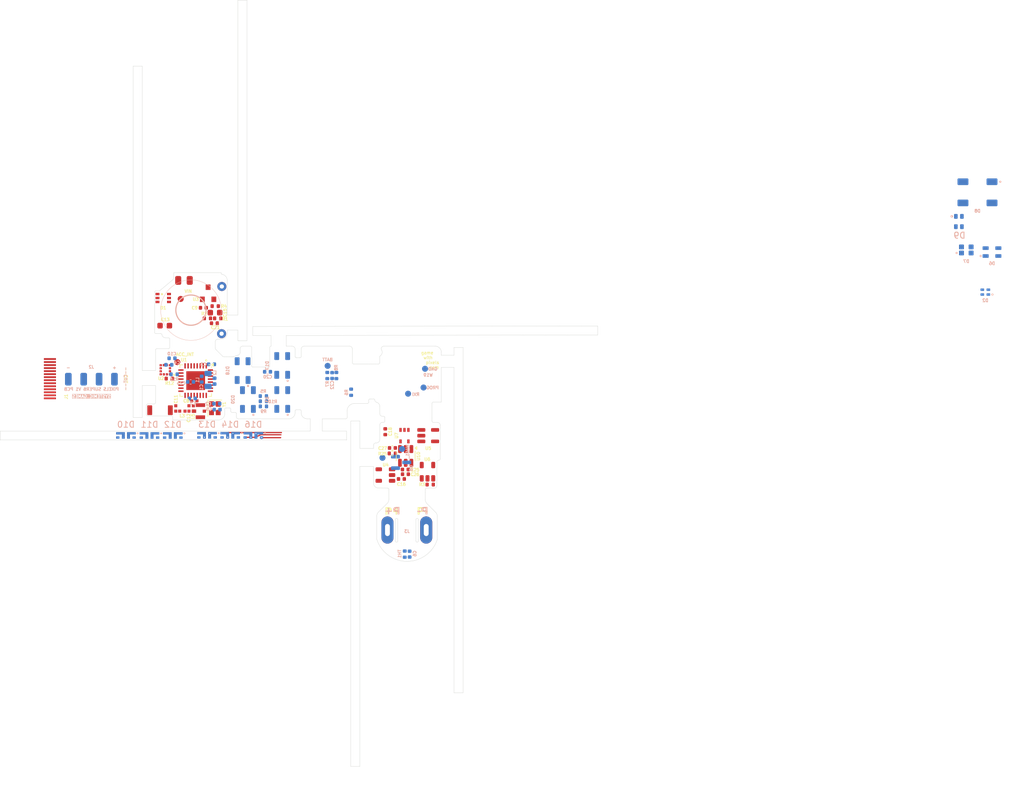
<source format=kicad_pcb>
(kicad_pcb (version 20240108) (generator "pcbnew") (generator_version "8.0")
  (title_block (title "Pixels D6 Layout") (date "2022-08-26") (rev "3") (company "Systemic Games, LLC") (comment 1 "Flexible PCB, 0.13mm thickness"))
  (layers (0 "F.Cu" signal) (31 "B.Cu" signal) (34 "B.Paste" user) (35 "F.Paste" user) (36 "B.SilkS" user "B.Silkscreen") (37 "F.SilkS" user "F.Silkscreen") (38 "B.Mask" user) (39 "F.Mask" user) (44 "Edge.Cuts" user))
  (net 0 "")
  (net 2 "GND")
  (net 3 "VDD")
  (net 4 "VDC")
  (net 5 "Net-(L1-Pad2)")
  (net 6 "Net-(U1-DEC4)")
  (net 7 "+5V")
  (net 8 "/PROG")
  (net 9 "VEE")
  (net 10 "/LED_EN")
  (net 11 "Net-(U1-XC2)")
  (net 12 "Net-(U1-DEC1)")
  (net 13 "Net-(U1-XC1)")
  (net 14 "Net-(U1-DEC3)")
  (net 15 "Net-(D1B-K1A2)")
  (net 16 "Net-(D1A-K3A4)")
  (net 17 "/BATT_NTC")
  (net 18 "RXI")
  (net 19 "TXO")
  (net 20 "SWO")
  (net 21 "RESET")
  (net 22 "SWDCLK")
  (net 23 "SWDIO")
  (net 24 "/NTC_ID_VDD")
  (net 25 "/LED_DATA")
  (net 26 "/Power Supply/MAG1_")
  (net 27 "/STATS")
  (net 28 "/5V_SENSE")
  (net 29 "/VBAT_SENSE")
  (net 30 "/Power Supply/LED_EN_OUT")
  (net 31 "Net-(U1-DCC)")
  (net 32 "Net-(U6-SET)")
  (net 33 "Net-(U1-P0.28{slash}AIN4)")
  (net 34 "/LEDs/LED_RETURN_6")
  (net 35 "+BATT")
  (net 38 "/SCL")
  (net 39 "/SDA")
  (net 40 "/ACC_INT")
  (net 41 "/ANT_NRF")
  (net 42 "/ANT_50")
  (net 43 "/ANTENNA")
  (net 45 "Net-(U10-TCH)")
  (net 46 "/Cap_Sense/TOUCHPAD")
  (net 47 "Net-(D10-DOUT)")
  (net 49 "Net-(D11-DOUT)")
  (net 50 "Net-(D12-DOUT)")
  (net 51 "Net-(D13-DOUT)")
  (net 52 "Net-(D14-DOUT)")
  (net 53 "unconnected-(D16-DOUT-Pad2)")
  (footprint "Pixels-dice:C_0402_1005Metric" (layer "F.Cu") (at 166.8436 106.9)
    (property "Reference" "C16")
    (property "Value" "10uF 10V 20%")
  )
  (footprint "Pixels-dice:SOT-353_SC-70-5" (layer "F.Cu") (at 167.35 99.74 -90)
    (property "Reference" "U7")
    (property "Value" "SN74LVC1G08" (hide yes))
  )
  (footprint "Package_TO_SOT_SMD:SOT-23-5" (layer "F.Cu") (at 171.2725 99.74)
    (property "Reference" "U5")
    (property "Value" "MCP73832T-2ACI/OT")
  )
  (footprint "Pixels-dice:SOT-23-5" (layer "F.Cu") (at 171.1536 105.696232 90)
    (property "Reference" "U6")
    (property "Value" "MT9700" (hide yes))
  )
  (footprint "Resistor_SMD:R_0402_1005Metric" (layer "F.Cu") (at 171.6036 107.82 180)
    (property "Reference" "R3")
    (property "Value" "10k 5%")
  )
  (footprint "Package_DFN_QFN:QFN-32-1EP_5x5mm_P0.5mm_EP3.1x3.1mm" (layer "F.Cu") (at 132.86 90.64 -90)
    (property "Reference" "U1")
    (property "Value" "N52810_QFN32")
  )
  (footprint "Pixels-dice:0402_RF" (layer "F.Cu") (at 132.63 93.99)
    (property "Reference" "C8")
    (property "Value" "0.8pF 10V 5% C0G")
  )
  (footprint "Pixels-dice:C_0402_1005Metric" (layer "F.Cu") (at 134.13 78.599)
    (property "Reference" "C9")
    (property "Value" "10uF 10V 20%")
  )
  (footprint "Pixels-dice:C_0402_1005Metric" (layer "F.Cu") (at 164.18 99.09 90)
    (property "Reference" "C18")
    (property "Value" "4.7uF 10V 20%")
  )
  (footprint "Pixels-dice:R_0402_1005Metric" (layer "F.Cu") (at 136.09 78.329 180)
    (property "Reference" "R4")
    (property "Value" "100k 1%")
  )
  (footprint "Pixels-dice:SOT-23-5" (layer "F.Cu") (at 164.2036 106.25 180)
    (property "Reference" "U4")
    (property "Value" "ME6215" (hide yes))
  )
  (footprint "Pixels-dice:FPC_14" (layer "F.Cu") (at 108.78163 93.57 90)
    (property "Reference" "J1")
    (property "Value" "Conn_01x14")
  )
  (footprint "Capacitor_SMD:C_0603_1608Metric" (layer "F.Cu") (at 127.75 81.55)
    (property "Reference" "C13")
    (property "Value" "4.7uF 25V 20%")
  )
  (footprint "Package_TO_SOT_SMD:SOT-363_SC-70-6" (layer "F.Cu") (at 127.5 76.979)
    (property "Reference" "D1")
    (property "Value" "BAV99S")
  )
  (footprint "Capacitor_SMD:C_0603_1608Metric" (layer "F.Cu") (at 136.05 79.4 180)
    (property "Reference" "C15")
    (property "Value" "22uF 10V 20%")
  )
  (footprint "Capacitor_SMD:C_0402_1005Metric" (layer "F.Cu") (at 135.95 81.15)
    (property "Reference" "C21")
    (property "Value" "10nF 25V 10%")
  )
  (footprint "Resistor_SMD:R_0402_1005Metric" (layer "F.Cu") (at 134.8 80.35)
    (property "Reference" "R2")
    (property "Value" "4.02M 1%")
  )
  (footprint "Resistor_SMD:R_0402_1005Metric" (layer "F.Cu") (at 136.5 80.35 180)
    (property "Reference" "R1")
    (property "Value" "4.02M 1%")
  )
  (footprint "Pixels-dice:Crystal_SMD_2016-4Pin_2.0x1.6mm" (layer "F.Cu") (at 136.025 95.2 -90)
    (property "Reference" "Y1")
    (property "Value" "32MHz 40ppm")
  )
  (footprint "Resistor_SMD:R_0402_1005Metric" (layer "F.Cu") (at 128.5 90.3 180)
    (property "Reference" "R12")
    (property "Value" "2.7k 5%")
  )
  (footprint "Package_LGA:LGA-12_2x2mm_P0.5mm" (layer "F.Cu") (at 127.85 88.84 180)
    (property "Reference" "U2")
    (property "Value" "KXTJ3-1057")
  )
  (footprint "Pixels-dice:0402_RF" (layer "F.Cu") (at 129.57 95.24 90)
    (property "Reference" "C11")
    (property "Value" "DNP")
  )
  (footprint "Pixels-dice:0402_RF" (layer "F.Cu") (at 132.47 95.24 -90)
    (property "Reference" "L5")
    (property "Value" "3.9nH 5%")
  )
  (footprint "Pixels-dice:SOT-23" (layer "F.Cu") (at 134.91 76.199 -90)
    (property "Reference" "U3")
    (property "Value" "PJ75BL50SA")
  )
  (footprint "Capacitor_SMD:C_0805_2012Metric" (layer "F.Cu") (at 130.925 74.075 180)
    (property "Reference" "C19" (hide yes))
    (property "Value" "12nF 50V 5% NP0")
  )
  (footprint "Pixels-dice:TEST_PIN" (layer "F.Cu") (at 129.83 87.58)
    (property "Reference" "W7" (hide yes))
    (property "Value" "ACC_INT")
  )
  (footprint "Pixels-dice:0402_RF" (layer "F.Cu") (at 130.66 95.68 180)
    (property "Reference" "L3")
    (property "Value" "2.7nH 5%")
  )
  (footprint "Pixels-dice:CHIP_ANT" (layer "F.Cu") (at 128.67 95.53 90)
    (property "Reference" "AE2" (hide yes))
    (property "Value" "Antenna_Chip" (hide yes))
  )
  (footprint "Package_TO_SOT_SMD:SOT-23-6" (layer "F.Cu") (at 167.5525 103.09 -90)
    (property "Reference" "U10")
    (property "Value" "RH6015-C")
  )
  (footprint "RFFrontEnd:MFH3.RECE.20369.001E.01" (layer "F.Cu") (at 133.64 95.69 90)
    (property "Reference" "J4" (hide yes))
    (property "Value" "DNP" (hide yes))
  )
  (footprint "Capacitor_SMD:C_0402_1005Metric" (layer "F.Cu") (at 165.36 101.77 180)
    (property "Reference" "C27")
    (property "Value" "1pF 50V NP0")
  )
  (footprint "Capacitor_SMD:C_0402_1005Metric" (layer "F.Cu") (at 167.51 106.11)
    (property "Reference" "C26")
    (property "Value" "0.1uF 10V 20%")
  )
  (footprint "Resistor_SMD:R_0402_1005Metric" (layer "F.Cu") (at 165.345 102.675 180)
    (property "Reference" "R25")
    (property "Value" "1k 5%")
  )
  (footprint "Pixels-dice:0402_RF" (layer "F.Cu") (at 131.75 95.24 90)
    (property "Reference" "C12")
    (property "Value" "DNP")
  )
  (footprint "Pixels-dice:TEST_PIN" (layer "F.Cu") (at 130.38 77.14)
    (property "Reference" "W16" (hide yes))
    (property "Value" "VIN")
  )
  (footprint "Pixels-dice:C_0402_1005Metric" (layer "F.Cu") (at 167.495 105.335)
    (property "Reference" "C25")
    (property "Value" "10uF 10V 20%")
  )
  (footprint "Pixels-dice:C_0402_1005Metric" (layer "B.Cu") (at 168.2036 119.32 -90)
    (property "Reference" "C6")
    (property "Value" "DNP")
  )
  (footprint "Package_TO_SOT_SMD:SOT-23" (layer "B.Cu") (at 166.8 104.16)
    (property "Reference" "U8")
    (property "Value" "VCS2373S")
  )
  (footprint "Pixels-dice:TestPoint_THTPad_D1.5mm_Drill0.7mm_nosilk" (layer "B.Cu") (at 137.18 75.079 30)
    (property "Reference" "P5" (hide yes))
    (property "Value" "COILA")
  )
  (footprint "Capacitor_SMD:C_0402_1005Metric" (layer "B.Cu") (at 132.31 93.59 180)
    (property "Reference" "C7")
    (property "Value" "100pF NP0 10V 5%")
  )
  (footprint "Inductor_SMD:L_0805_2012Metric" (layer "B.Cu") (at 134.9 90.525 -90)
    (property "Reference" "L1")
    (property "Value" "10uH 100mA 10%")
  )
  (footprint "Capacitor_SMD:C_0402_1005Metric" (layer "B.Cu") (at 136.4 95.425)
    (property "Reference" "C5")
    (property "Value" "8pF 10V 10%")
  )
  (footprint "Capacitor_SMD:C_0402_1005Metric" (layer "B.Cu") (at 135.475 87.94)
    (property "Reference" "C3")
    (property "Value" "0.1uF 10V 20%")
  )
  (footprint "Capacitor_SMD:C_0402_1005Metric" (layer "B.Cu") (at 136.35 94.45 180)
    (property "Reference" "C2")
    (property "Value" "8pF 10V 10%")
  )
  (footprint "Resistor_SMD:R_0402_1005Metric" (layer "B.Cu") (at 144.05 94.05 180)
    (property "Reference" "R10")
    (property "Value" "100k 1%")
  )
  (footprint "Capacitor_SMD:C_0402_1005Metric" (layer "B.Cu") (at 128.95 86.95 180)
    (property "Reference" "C10")
    (property "Value" "0.1uF 10V 20%")
  )
  (footprint "Pixels-dice:FPC-POGO-4" (layer "B.Cu") (at 115.63 90.4 180)
    (property "Reference" "J2")
    (property "Value" "Conn_01x04")
  )
  (footprint "Resistor_SMD:R_0402_1005Metric" (layer "B.Cu") (at 144.05 94.9)
    (property "Reference" "R9")
    (property "Value" "360k 1%")
  )
  (footprint "Pixels-dice:C_0402_1005Metric" (layer "B.Cu") (at 128.425 88.025 180)
    (property "Reference" "C4")
    (property "Value" "4.7uF 10V 20%")
  )
  (footprint "Resistor_SMD:R_0402_1005Metric" (layer "B.Cu") (at 158.54 92.56 -90)
    (property "Reference" "R6")
    (property "Value" "22k 1%")
  )
  (footprint "Pixels-dice:Hongjie 10100 Connector" (layer "B.Cu") (at 167.744201 115.336035)
    (property "Reference" "J3")
    (property "Value" "Conn_01x02")
  )
  (footprint "Inductor_SMD:L_0402_1005Metric" (layer "B.Cu") (at 135.975 90.725 90)
    (property "Reference" "L2")
    (property "Value" "15nH 100mA 5%")
  )
  (footprint "Pixels-dice:C_0402_1005Metric" (layer "B.Cu") (at 133.85 90.4 -90)
    (property "Reference" "C1")
    (property "Value" "4.7uF 10V 20%")
  )
  (footprint "Resistor_SMD:R_0402_1005Metric" (layer "B.Cu") (at 154.6 89.8 -90)
    (property "Reference" "R7")
    (property "Value" "4.02M 1%")
  )
  (footprint "Resistor_SMD:R_0402_1005Metric" (layer "B.Cu") (at 156.1 89.8 90)
    (property "Reference" "R8")
    (property "Value" "10M 1%")
  )
  (footprint "Capacitor_SMD:C_0402_1005Metric" (layer "B.Cu") (at 155.4 89.8 90)
    (property "Reference" "C22")
    (property "Value" "10nF 25V 10%")
  )
  (footprint "Resistor_SMD:R_0402_1005Metric" (layer "B.Cu") (at 129.3 89.6)
    (property "Reference" "R16")
    (property "Value" "2.7k 5%")
  )
  (footprint "Pixels-dice:R_0402_1005Metric" (layer "B.Cu") (at 144.04 93.2)
    (property "Reference" "R5")
    (property "Value" "100k 1%" (hide yes))
  )
  (footprint "Capacitor_SMD:C_0402_1005Metric" (layer "B.Cu") (at 132.02 90.85 180)
    (property "Reference" "C24")
    (property "Value" "0.1uF 10V 20%")
  )
  (footprint "Pixels-dice:R_0402_1005Metric" (layer "B.Cu") (at 167.3936 119.32 -90)
    (property "Reference" "TH1")
    (property "Value" "NTC 100k @ 25C")
  )
  (footprint "Pixels-dice:TX1812EXA5-F10-3535" (layer "B.Cu") (at 147.150001 88.13 90)
    (property "Reference" "D17")
    (property "Value" "TX1812IXA5-F10-3535")
  )
  (footprint "Pixels-dice:TEST_PIN" (layer "B.Cu") (at 170.75 88.68 180)
    (property "Reference" "W19")
    (property "Value" "GND")
  )
  (footprint "Pixels-dice:TX1812Z_2020" (layer "B.Cu") (at 258.939048 64.34 180)
    (property "Reference" "D9")
    (property "Value" "TX1812Z-2020")
  )
  (footprint "Pixels-dice:SK68XX-EC3210F-TOPMOUNT" (layer "B.Cu") (at 134.7375 99.68 180)
    (property "Reference" "D13")
    (property "Value" "SK68XX-EC3210F" (hide yes))
  )
  (footprint "Pixels-dice:TEST_PIN" (layer "B.Cu") (at 154.66 88.2 180)
    (property "Reference" "W14" (hide yes))
    (property "Value" "BATT")
  )
  (footprint "Pixels-dice:SK68XX-EC3210F-TOPMOUNT" (layer "B.Cu") (at 125.2275 99.71 180)
    (property "Reference" "D11")
    (property "Value" "SK68XX-EC3210F" (hide yes))
  )
  (footprint "Pixels-dice:TX1812LLA5-F03-2528" (layer "B.Cu") (at 264.409048 69.39 180)
    (property "Reference" "D6")
    (property "Value" "TX1812LLA5-F03-2528")
  )
  (footprint "Pixels-dice:TX1812EXA5-F10-3535" (layer "B.Cu") (at 147.16 93.76 90)
    (property "Reference" "D3")
    (property "Value" "TX1812IXA5-F10-3535")
  )
  (footprint "Pixels-dice:TEST_PIN" (layer "B.Cu") (at 166.96 101.93 180)
    (property "Reference" "W23" (hide yes))
    (property "Value" "MAG1_")
  )
  (footprint "Pixels-dice:TEST_PIN" (layer "B.Cu") (at 167.95 92.8 180)
    (property "Reference" "W1" (hide yes))
    (property "Value" "RXI")
  )
  (footprint "Pixels-dice:TestPoint_THTPad_D1.5mm_Drill0.7mm_nosilk" (layer "B.Cu") (at 137.14 82.88 180)
    (property "Reference" "P6" (hide yes))
    (property "Value" "COILB")
  )
  (footprint "Pixels-dice:TX1812IXA5-F01-0807" (layer "B.Cu") (at 260.164048 69.04 180)
    (property "Reference" "D7")
    (property "Value" "TX1812IXA5-F01-0807")
  )
  (footprint "Pixels-dice:TX1812CXA5-F02-5050" (layer "B.Cu") (at 262.012245 59.515 180)
    (property "Reference" "D8")
    (property "Value" "TX1812CXA5-F02-5050")
  )
  (footprint "Pixels-dice:TEST_PIN" (layer "B.Cu") (at 163.72 103.4 180)
    (property "Reference" "W6" (hide yes))
    (property "Value" "LED_EN" (hide yes))
  )
  (footprint "Pixels-dice:TX1812N5-1212" (layer "B.Cu") (at 263.310646 76.01 180)
    (property "Reference" "D2")
    (property "Value" "TX1812N5-1212")
  )
  (footprint "Pixels-dice:SK68XX-EC3210F-TOPMOUNT" (layer "B.Cu") (at 138.5675 99.68 180)
    (property "Reference" "D14")
    (property "Value" "SK68XX-EC3210F" (hide yes))
  )
  (footprint "Capacitor_SMD:C_0402_1005Metric" (layer "B.Cu") (at 144.73 89.18 180)
    (property "Reference" "C20")
    (property "Value" "0.1uF 10V 20%")
  )
  (footprint "Pixels-dice:SK68XX-EC3210F-TOPMOUNT" (layer "B.Cu") (at 121.3375 99.7 180)
    (property "Reference" "D10")
    (property "Value" "SK68XX-EC3210F" (hide yes))
  )
  (footprint "Pixels-dice:TX1812EXA5-F10-3535" (layer "B.Cu") (at 140.61 88.985 90)
    (property "Reference" "D18")
    (property "Value" "TX1812IXA5-F10-3535")
  )
  (footprint "Pixels-dice:SK68XX-EC3210F-TOPMOUNT" (layer "B.Cu") (at 129.0775 99.71 180)
    (property "Reference" "D12")
    (property "Value" "SK68XX-EC3210F" (hide yes))
  )
  (footprint "Pixels-dice:TEST_PIN" (layer "B.Cu") (at 170.5 91.78 180)
    (property "Reference" "W3" (hide yes))
    (property "Value" "PROG")
  )
  (footprint "Pixels-dice:SK68XX-EC3210F-TOPMOUNT" (layer "B.Cu") (at 142.3875 99.69 180)
    (property "Reference" "D16")
    (property "Value" "SK68XX-EC3210F" (hide yes))
  )
  (footprint "Pixels-dice:TX1812EXA5-F10-3535" (layer "B.Cu") (at 141.49 93.765 90)
    (property "Reference" "D20")
    (property "Value" "TX1812IXA5-F10-3535")
  )
  (gr_circle (center 132.08 78.989) (end 134.58 78.989) (stroke (width 0.2)) (fill none) (layer "B.SilkS"))
  (gr_circle (center 132.08 78.989) (end 137.08 78.989) (stroke (width 0.05)) (fill none) (layer "B.SilkS"))
  (gr_circle (center 134.6 87.3) (end 134.7 87.3) (stroke (width 0.15)) (fill solid) (layer "F.SilkS"))
  (gr_circle (center 127.3 76.35) (end 127.4 76.35) (stroke (width 0.15)) (fill solid) (layer "F.SilkS"))
  (gr_circle (center 129.3 89.7) (end 129.4 89.7) (stroke (width 0.15)) (fill solid) (layer "F.SilkS"))
  (gr_arc (start 138.45232 95.149278) (mid 138.595917 95.206665) (end 138.655718 95.349274) (stroke (width 0.05)) (layer "Edge.Cuts"))
  (gr_line (start 161.713843 87.897454) (end 162.185082 87.897454) (stroke (width 0.05)) (layer "Edge.Cuts"))
  (gr_arc (start 162.745947 94.220915) (mid 163.138239 94.490498) (end 163.289291 94.941884) (stroke (width 0.05)) (layer "Edge.Cuts"))
  (gr_line (start 100.55864 98.997956) (end 151.783143 98.990708) (stroke (width 0.05)) (layer "Edge.Cuts"))
  (gr_line (start 138.655764 95.688408) (end 138.655718 95.349274) (stroke (width 0.05)) (layer "Edge.Cuts"))
  (gr_line (start 161.456481 93.863514) (end 161.455397 94.188895) (stroke (width 0.05)) (layer "Edge.Cuts"))
  (gr_line (start 151.782854 96.949469) (end 151.282858 96.94954) (stroke (width 0.05)) (layer "Edge.Cuts"))
  (gr_line (start 150.282541 86.651556) (end 150.282541 85.447661) (stroke (width 0.05)) (layer "Edge.Cuts"))
  (gr_arc (start 169.648577 117.153945) (mid 169.44855 117.353976) (end 169.248521 117.153947) (stroke (width 0.05)) (layer "Edge.Cuts"))
  (gr_line (start 141.338869 84.049442) (end 139.838869 84.049447) (stroke (width 0.05)) (layer "Edge.Cuts"))
  (gr_line (start 128.56915 85.155109) (end 128.568257 83.761873) (stroke (width 0.05)) (layer "Edge.Cuts"))
  (gr_line (start 158.757873 85.447801) (end 158.757873 87.697401) (stroke (width 0.05)) (layer "Edge.Cuts"))
  (gr_arc (start 127.878962 83.561863) (mid 127.481967 83.41183) (end 127.283385 83.036741) (stroke (width 0.05)) (layer "Edge.Cuts"))
  (gr_line (start 150.782506 84.947695) (end 158.257766 84.947696) (stroke (width 0.05)) (layer "Edge.Cuts"))
  (gr_arc (start 164.579285 108.412507) (mid 164.722049 108.467935) (end 164.783796 108.608081) (stroke (width 0.05)) (layer "Edge.Cuts"))
  (gr_line (start 171.090162 111.001231) (end 172.489473 112.398759) (stroke (width 0.05)) (layer "Edge.Cuts"))
  (gr_arc (start 171.090162 111.001231) (mid 170.865018 110.672909) (end 170.785784 110.282771) (stroke (width 0.05)) (layer "Edge.Cuts"))
  (gr_arc (start 169.248521 113.601177) (mid 169.44855 113.401146) (end 169.648577 113.601179) (stroke (width 0.05)) (layer "Edge.Cuts"))
  (gr_line (start 137.654585 95.350231) (end 137.654585 96.129837) (stroke (width 0.05)) (layer "Edge.Cuts"))
  (gr_arc (start 140.197957 86.017801) (mid 140.122259 86.252025) (end 139.92377 86.397604) (stroke (width 0.05)) (layer "Edge.Cuts"))
  (gr_arc (start 128.363503 83.561862) (mid 128.507923 83.618827) (end 128.568257 83.761873) (stroke (width 0.05)) (layer "Edge.Cuts"))
  (gr_line (start 124.023766 88.9582) (end 126.229005 88.958201) (stroke (width 0.05)) (layer "Edge.Cuts"))
  (gr_line (start 164.78369 110.242847) (end 164.783796 108.608081) (stroke (width 0.05)) (layer "Edge.Cuts"))
  (gr_line (start 157.792251 100.415951) (end 100.567748 100.424048) (stroke (width 0.05)) (layer "Edge.Cuts"))
  (gr_arc (start 172.489473 112.398759) (mid 172.706532 112.723261) (end 172.782778 113.106148) (stroke (width 0.05)) (layer "Edge.Cuts"))
  (gr_line (start 127.077909 82.861741) (end 126.268788 82.861741) (stroke (width 0.05)) (layer "Edge.Cuts"))
  (gr_arc (start 137.200937 73.0678) (mid 137.107817 73.018017) (end 137.070515 72.91921) (stroke (width 0.05)) (layer "Edge.Cuts"))
  (gr_line (start 137.917766 95.149278) (end 137.855535 95.149279) (stroke (width 0.05)) (layer "Edge.Cuts"))
  (gr_arc (start 158.961916 87.897453) (mid 158.817914 87.840246) (end 158.757873 87.697401) (stroke (width 0.05)) (layer "Edge.Cuts"))
  (gr_arc (start 124.719534 94.749341) (mid 124.792732 94.572562) (end 124.969481 94.499288) (stroke (width 0.05)) (layer "Edge.Cuts"))
  (gr_line (start 124.023766 38.645697) (end 124.023766 88.9582) (stroke (width 0.05)) (layer "Edge.Cuts"))
  (gr_line (start 138.070615 79.796452) (end 139.838854 79.796448) (stroke (width 0.05)) (layer "Edge.Cuts"))
  (gr_line (start 139.838854 79.796448) (end 139.838672 27.746943) (stroke (width 0.05)) (layer "Edge.Cuts"))
  (gr_line (start 100.558852 100.497956) (end 100.55864 98.997956) (stroke (width 0.05)) (layer "Edge.Cuts"))
  (gr_line (start 162.24139 101.832303) (end 162.24139 101.332301) (stroke (width 0.05)) (layer "Edge.Cuts"))
  (gr_line (start 163.692506 97.535125) (end 163.920788 97.532321) (stroke (width 0.05)) (layer "Edge.Cuts"))
  (gr_line (start 151.783143 98.990708) (end 151.782854 96.949469) (stroke (width 0.05)) (layer "Edge.Cuts"))
  (gr_arc (start 163.258581 87.697427) (mid 163.200024 87.838907) (end 163.058566 87.897453) (stroke (width 0.05)) (layer "Edge.Cuts"))
  (gr_line (start 140.598036 84.947688) (end 141.901221 84.947589) (stroke (width 0.05)) (layer "Edge.Cuts"))
  (gr_line (start 147.808244 83.1769) (end 147.810874 84.949137) (stroke (width 0.05)) (layer "Edge.Cuts"))
  (gr_line (start 126.945119 75.755998) (end 129.094807 73.952632) (stroke (width 0.05)) (layer "Edge.Cuts"))
  (gr_line (start 158.961916 87.897453) (end 161.713843 87.897454) (stroke (width 0.05)) (layer "Edge.Cuts"))
  (gr_line (start 162.24139 104.832303) (end 159.990151 104.832302) (stroke (width 0.05)) (layer "Edge.Cuts"))
  (gr_line (start 124.023766 96.747201) (end 122.523766 96.747201) (stroke (width 0.05)) (layer "Edge.Cuts"))
  (gr_arc (start 172.713085 108.008385) (mid 172.595905 108.291267) (end 172.313021 108.40844) (stroke (width 0.05)) (layer "Edge.Cuts"))
  (gr_line (start 145.310875 84.952846) (end 145.308247 83.180607) (stroke (width 0.05)) (layer "Edge.Cuts"))
  (gr_line (start 161.235269 94.408422) (end 159.1222 94.409697) (stroke (width 0.05)) (layer "Edge.Cuts"))
  (gr_line (start 172.782778 113.106148) (end 172.783067 116.870462) (stroke (width 0.05)) (layer "Edge.Cuts"))
  (gr_arc (start 172.10129 97.535288) (mid 171.958593 97.479783) (end 171.896921 97.339641) (stroke (width 0.05)) (layer "Edge.Cuts"))
  (gr_line (start 126.43076 85.361538) (end 128.369172 85.361484) (stroke (width 0.05)) (layer "Edge.Cuts"))
  (gr_arc (start 126.268788 82.861741) (mid 126.125712 82.801571) (end 126.068699 82.657218) (stroke (width 0.05)) (layer "Edge.Cuts"))
  (gr_line (start 169.248521 113.601177) (end 169.248521 117.153947) (stroke (width 0.05)) (layer "Edge.Cuts"))
  (gr_line (start 122.523766 38.645698) (end 124.023766 38.645697) (stroke (width 0.05)) (layer "Edge.Cuts"))
  (gr_arc (start 124.969567 96.478811) (mid 124.792762 96.405576) (end 124.719529 96.228771) (stroke (width 0.05)) (layer "Edge.Cuts"))
  (gr_line (start 171.896921 96.796836) (end 171.896921 97.268075) (stroke (width 0.05)) (layer "Edge.Cuts"))
  (gr_arc (start 161.456481 93.863514) (mid 161.514411 93.723477) (end 161.653951 93.664359) (stroke (width 0.05)) (layer "Edge.Cuts"))
  (gr_arc (start 126.945119 75.755998) (mid 126.881714 75.79641) (end 126.807866 75.810548) (stroke (width 0.05)) (layer "Edge.Cuts"))
  (gr_arc (start 149.282391 95.94961) (mid 148.989449 96.656834) (end 148.282225 96.949774) (stroke (width 0.05)) (layer "Edge.Cuts"))
  (gr_arc (start 139.391771 95.888335) (mid 139.53171 95.945391) (end 139.591845 96.084032) (stroke (width 0.05)) (layer "Edge.Cuts"))
  (gr_line (start 142.30825 83.185056) (end 142.306026 81.685058) (stroke (width 0.05)) (layer "Edge.Cuts"))
  (gr_line (start 139.838864 82.296447) (end 138.070624 82.296453) (stroke (width 0.05)) (layer "Edge.Cuts"))
  (gr_arc (start 162.745947 94.220915) (mid 162.545425 94.088149) (end 162.457282 93.864394) (stroke (width 0.05)) (layer "Edge.Cuts"))
  (gr_line (start 145.308247 83.180607) (end 142.30825 83.185056) (stroke (width 0.05)) (layer "Edge.Cuts"))
  (gr_line (start 141.338672 27.746939) (end 141.338869 84.049442) (stroke (width 0.05)) (layer "Edge.Cuts"))
  (gr_line (start 149.282398 95.648561) (end 149.282391 95.94961) (stroke (width 0.05)) (layer "Edge.Cuts"))
  (gr_arc (start 162.780585 113.049197) (mid 162.865864 112.645124) (end 163.107138 112.309961) (stroke (width 0.05)) (layer "Edge.Cuts"))
  (gr_arc (start 150.282541 86.651556) (mid 150.227455 86.7945) (end 150.087447 86.856605) (stroke (width 0.05)) (layer "Edge.Cuts"))
  (gr_line (start 136.65443 97.129993) (end 129.1 97.13) (stroke (width 0.05)) (layer "Edge.Cuts"))
  (gr_line (start 126.268766 75.810548) (end 126.807866 75.810548) (stroke (width 0.05)) (layer "Edge.Cuts"))
  (gr_line (start 173.438232 94.198442) (end 172.096965 94.198451) (stroke (width 0.05)) (layer "Edge.Cuts"))
  (gr_arc (start 165.847978 113.60228) (mid 166.048014 113.402245) (end 166.24805 113.60228) (stroke (width 0.05)) (layer "Edge.Cuts"))
  (gr_line (start 159.990151 97.318304) (end 159.990151 101.832303) (stroke (width 0.05)) (layer "Edge.Cuts"))
  (gr_line (start 124.719529 96.228771) (end 124.719529 95.965916) (stroke (width 0.05)) (layer "Edge.Cuts"))
  (gr_line (start 173.438233 86.44815) (end 175.533471 86.44815) (stroke (width 0.05)) (layer "Edge.Cuts"))
  (gr_arc (start 163.618215 85.674287) (mid 163.632965 86.162115) (end 163.344486 86.555781) (stroke (width 0.05)) (layer "Edge.Cuts"))
  (gr_arc (start 127.077909 82.861741) (mid 127.214566 82.90941) (end 127.283385 83.036741) (stroke (width 0.05)) (layer "Edge.Cuts"))
  (gr_arc (start 151.282858 96.94954) (mid 150.575583 96.656686) (end 150.28256 95.949482) (stroke (width 0.05)) (layer "Edge.Cuts"))
  (gr_line (start 153.782853 96.949186) (end 153.783143 98.990425) (stroke (width 0.05)) (layer "Edge.Cuts"))
  (gr_line (start 173.438232 88.44815) (end 173.438232 94.198442) (stroke (width 0.05)) (layer "Edge.Cuts"))
  (gr_line (start 170.785783 109.139313) (end 170.785784 110.282771) (stroke (width 0.05)) (layer "Edge.Cuts"))
  (gr_line (start 163.292535 100.333445) (end 163.292536 97.935191) (stroke (width 0.05)) (layer "Edge.Cuts"))
  (gr_line (start 163.258581 87.697427) (end 163.258581 86.720068) (stroke (width 0.05)) (layer "Edge.Cuts"))
  (gr_line (start 139.591845 96.447688) (end 139.591845 96.084032) (stroke (width 0.05)) (layer "Edge.Cuts"))
  (gr_line (start 139.591846 96.649721) (end 139.591845 96.447688) (stroke (width 0.05)) (layer "Edge.Cuts"))
  (gr_line (start 173.438233 85.948151) (end 173.438233 86.44815) (stroke (width 0.05)) (layer "Edge.Cuts"))
  (gr_line (start 153.783143 98.990425) (end 157.783143 98.989858) (stroke (width 0.05)) (layer "Edge.Cuts"))
  (gr_line (start 148.282225 96.949774) (end 139.891895 96.949767) (stroke (width 0.05)) (layer "Edge.Cuts"))
  (gr_line (start 145.111122 88.201801) (end 145.111122 85.15071) (stroke (width 0.05)) (layer "Edge.Cuts"))
  (gr_line (start 126.229005 94.248851) (end 126.229005 93.958201) (stroke (width 0.05)) (layer "Edge.Cuts"))
  (gr_arc (start 162.257263 93.664385) (mid 162.398695 93.722965) (end 162.457282 93.864394) (stroke (width 0.05)) (layer "Edge.Cuts"))
  (gr_line (start 161.713843 93.664359) (end 161.653951 93.664359) (stroke (width 0.05)) (layer "Edge.Cuts"))
  (gr_line (start 129.1 97.13) (end 129.072194 96.679088) (stroke (width 0.05)) (layer "Edge.Cuts"))
  (gr_arc (start 172.783067 116.870462) (mid 167.77836 120.515917) (end 162.780493 116.861089) (stroke (width 0.05)) (layer "Edge.Cuts"))
  (gr_line (start 163.107138 112.309961) (end 164.480878 110.959693) (stroke (width 0.05)) (layer "Edge.Cuts"))
  (gr_arc (start 157.872861 95.67595) (mid 158.233008 94.781835) (end 159.1222 94.409697) (stroke (width 0.05)) (layer "Edge.Cuts"))
  (gr_line (start 175.533471 85.146836) (end 177.033471 85.146836) (stroke (width 0.05)) (layer "Edge.Cuts"))
  (gr_line (start 162.780493 116.861089) (end 162.780585 113.049197) (stroke (width 0.05)) (layer "Edge.Cuts"))
  (gr_line (start 172.313021 108.40844) (end 170.985813 108.40844) (stroke (width 0.05)) (layer "Edge.Cuts"))
  (gr_arc (start 137.654585 95.350231) (mid 137.713442 95.208138) (end 137.855535 95.149279) (stroke (width 0.05)) (layer "Edge.Cuts"))
  (gr_line (start 164.579285 108.412507) (end 163.11577 108.401153) (stroke (width 0.05)) (layer "Edge.Cuts"))
  (gr_arc (start 172.768043 97.535288) (mid 173.124192 97.684273) (end 173.268174 98.042473) (stroke (width 0.05)) (layer "Edge.Cuts"))
  (gr_line (start 170.785782 108.668075) (end 170.785783 109.139313) (stroke (width 0.05)) (layer "Edge.Cuts"))
  (gr_arc (start 149.486746 86.856605) (mid 149.342536 86.799629) (end 149.282414 86.656701) (stroke (width 0.05)) (layer "Edge.Cuts"))
  (gr_line (start 157.872861 95.67595) (end 157.879548 96.722169) (stroke (width 0.05)) (layer "Edge.Cuts"))
  (gr_arc (start 172.438076 84.947993) (mid 173.145293 85.240933) (end 173.438233 85.948151) (stroke (width 0.05)) (layer "Edge.Cuts"))
  (gr_arc (start 163.11577 108.401153) (mid 162.553978 108.21974) (end 162.245173 107.716591) (stroke (width 0.05)) (layer "Edge.Cuts"))
  (gr_line (start 142.306026 81.685058) (end 199.278468 81.600565) (stroke (width 0.05)) (layer "Edge.Cuts"))
  (gr_arc (start 128.868174 96.478964) (mid 129.011064 96.537351) (end 129.072194 96.679088) (stroke (width 0.05)) (layer "Edge.Cuts"))
  (gr_line (start 150.080433 95.448423) (end 149.482403 95.448523) (stroke (width 0.05)) (layer "Edge.Cuts"))
  (gr_line (start 169.648577 117.153945) (end 169.648577 113.601179) (stroke (width 0.05)) (layer "Edge.Cuts"))
  (gr_arc (start 166.24805 117.15284) (mid 166.048014 117.352876) (end 165.847978 117.15284) (stroke (width 0.05)) (layer "Edge.Cuts"))
  (gr_line (start 142.100272 85.15448) (end 142.101265 88.183105) (stroke (width 0.05)) (layer "Edge.Cuts"))
  (gr_line (start 129.244245 73.640807) (end 129.244827 72.807955) (stroke (width 0.05)) (layer "Edge.Cuts"))
  (gr_line (start 164.11408 96.796835) (end 164.11408 96.732631) (stroke (width 0.05)) (layer "Edge.Cuts"))
  (gr_arc (start 163.555892 85.507648) (mid 163.590246 85.125367) (end 163.930625 84.947993) (stroke (width 0.05)) (layer "Edge.Cuts"))
  (gr_line (start 126.068699 82.657218) (end 126.068751 76.010576) (stroke (width 0.05)) (layer "Edge.Cuts"))
  (gr_line (start 173.268174 98.042473) (end 173.268176 103.544409) (stroke (width 0.05)) (layer "Edge.Cuts"))
  (gr_line (start 175.533471 142.24834) (end 175.533471 88.44815) (stroke (width 0.05)) (layer "Edge.Cuts"))
  (gr_line (start 149.542605 86.856605) (end 150.013845 86.856605) (stroke (width 0.05)) (layer "Edge.Cuts"))
  (gr_line (start 149.282414 85.47) (end 149.282414 86.656701) (stroke (width 0.05)) (layer "Edge.Cuts"))
  (gr_line (start 162.185082 87.897454) (end 163.058566 87.897453) (stroke (width 0.05)) (layer "Edge.Cuts"))
  (gr_line (start 172.10129 97.535288) (end 172.768043 97.535288) (stroke (width 0.05)) (layer "Edge.Cuts"))
  (gr_line (start 138.389005 95.149278) (end 137.917766 95.149278) (stroke (width 0.05)) (layer "Edge.Cuts"))
  (gr_arc (start 141.901221 84.947589) (mid 142.045099 85.008368) (end 142.100272 85.15448) (stroke (width 0.05)) (layer "Edge.Cuts"))
  (gr_arc (start 150.282541 85.447661) (mid 150.428977 85.094132) (end 150.782506 84.947695) (stroke (width 0.05)) (layer "Edge.Cuts"))
  (gr_line (start 138.070595 74.059398) (end 138.070615 79.796452) (stroke (width 0.05)) (layer "Edge.Cuts"))
  (gr_line (start 159.990151 104.832302) (end 159.990151 154.420529) (stroke (width 0.05)) (layer "Edge.Cuts"))
  (gr_line (start 138.070624 82.296453) (end 138.070626 82.796447) (stroke (width 0.05)) (layer "Edge.Cuts"))
  (gr_line (start 149.486746 86.856605) (end 149.542605 86.856605) (stroke (width 0.05)) (layer "Edge.Cuts"))
  (gr_line (start 199.278468 81.600565) (end 199.280692 83.100564) (stroke (width 0.05)) (layer "Edge.Cuts"))
  (gr_line (start 159.990151 154.420529) (end 158.490151 154.420529) (stroke (width 0.05)) (layer "Edge.Cuts"))
  (gr_line (start 163.618215 85.674287) (end 163.555892 85.507648) (stroke (width 0.05)) (layer "Edge.Cuts"))
  (gr_line (start 126.229005 88.958201) (end 126.230739 85.561666) (stroke (width 0.05)) (layer "Edge.Cuts"))
  (gr_arc (start 126.068751 76.010576) (mid 126.127308 75.869096) (end 126.268766 75.810548) (stroke (width 0.05)) (layer "Edge.Cuts"))
  (gr_arc (start 149.282398 95.648561) (mid 149.340973 95.507122) (end 149.482403 95.448523) (stroke (width 0.05)) (layer "Edge.Cuts"))
  (gr_line (start 137.563542 86.697968) (end 137.917766 86.697966) (stroke (width 0.05)) (layer "Edge.Cuts"))
  (gr_line (start 128.363503 83.561862) (end 127.878962 83.561863) (stroke (width 0.05)) (layer "Edge.Cuts"))
  (gr_arc (start 139.172281 86.670513) (mid 139.100808 86.691043) (end 139.026768 86.69796) (stroke (width 0.05)) (layer "Edge.Cuts"))
  (gr_line (start 124.023766 91.458201) (end 124.023766 96.747201) (stroke (width 0.05)) (layer "Edge.Cuts"))
  (gr_line (start 139.838672 27.746943) (end 141.338672 27.746939) (stroke (width 0.05)) (layer "Edge.Cuts"))
  (gr_arc (start 172.713176 104.051446) (mid 172.786253 103.87485) (end 172.962743 103.801517) (stroke (width 0.05)) (layer "Edge.Cuts"))
  (gr_line (start 126.229005 93.958201) (end 126.229005 91.4582) (stroke (width 0.05)) (layer "Edge.Cuts"))
  (gr_arc (start 126.230739 85.561666) (mid 126.289265 85.420121) (end 126.43076 85.361538) (stroke (width 0.05)) (layer "Edge.Cuts"))
  (gr_line (start 139.172281 86.670513) (end 139.92377 86.397604) (stroke (width 0.05)) (layer "Edge.Cuts"))
  (gr_line (start 122.523766 96.747201) (end 122.523766 38.645698) (stroke (width 0.05)) (layer "Edge.Cuts"))
  (gr_line (start 165.847978 113.60228) (end 165.847978 117.15284) (stroke (width 0.05)) (layer "Edge.Cuts"))
  (gr_arc (start 128.56915 85.155109) (mid 128.512855 85.300636) (end 128.369172 85.361484) (stroke (width 0.05)) (layer "Edge.Cuts"))
  (gr_arc (start 157.879548 96.722169) (mid 157.814162 96.882207) (end 157.654554 96.948638) (stroke (width 0.05)) (layer "Edge.Cuts"))
  (gr_line (start 137.917766 86.697966) (end 138.389005 86.697963) (stroke (width 0.05)) (layer "Edge.Cuts"))
  (gr_arc (start 145.111122 88.201801) (mid 145.053793 88.34598) (end 144.910669 88.405896) (stroke (width 0.05)) (layer "Edge.Cuts"))
  (gr_arc (start 163.909079 96.532644) (mid 164.053725 96.589435) (end 164.11408 96.732631) (stroke (width 0.05)) (layer "Edge.Cuts"))
  (gr_line (start 162.257263 93.664385) (end 161.713843 93.664359) (stroke (width 0.05)) (layer "Edge.Cuts"))
  (gr_line (start 163.909079 96.532644) (end 163.699473 96.535181) (stroke (width 0.05)) (layer "Edge.Cuts"))
  (gr_arc (start 138.070626 82.796447) (mid 137.778304 83.503052) (end 137.072211 83.796607) (stroke (width 0.05)) (layer "Edge.Cuts"))
  (gr_arc (start 148.758359 84.947732) (mid 149.1357 85.093158) (end 149.282414 85.47) (stroke (width 0.05)) (layer "Edge.Cuts"))
  (gr_arc (start 164.114081 97.332398) (mid 164.057856 97.471441) (end 163.920788 97.532321) (stroke (width 0.05)) (layer "Edge.Cuts"))
  (gr_line (start 124.719529 95.110778) (end 124.719529 94.749341) (stroke (width 0.05)) (layer "Edge.Cuts"))
  (gr_line (start 163.28935 96.135261) (end 163.289291 94.941884) (stroke (width 0.05)) (layer "Edge.Cuts"))
  (gr_line (start 175.533471 88.44815) (end 173.438232 88.44815) (stroke (width 0.05)) (layer "Edge.Cuts"))
  (gr_line (start 199.280692 83.100564) (end 147.808244 83.1769) (stroke (width 0.05)) (layer "Edge.Cuts"))
  (gr_arc (start 162.24139 101.332301) (mid 162.365872 101.042292) (end 162.66185 100.932758) (stroke (width 0.05)) (layer "Edge.Cuts"))
  (gr_line (start 150.28256 95.949482) (end 150.282529 95.645319) (stroke (width 0.05)) (layer "Edge.Cuts"))
  (gr_arc (start 164.78369 110.242847) (mid 164.70487 110.631932) (end 164.480878 110.959693) (stroke (width 0.05)) (layer "Edge.Cuts"))
  (gr_line (start 177.033471 85.146836) (end 177.033471 142.24834) (stroke (width 0.05)) (layer "Edge.Cuts"))
  (gr_line (start 163.930625 84.947993) (end 172.438076 84.947993) (stroke (width 0.05)) (layer "Edge.Cuts"))
  (gr_line (start 171.896921 97.268075) (end 171.896921 97.339641) (stroke (width 0.05)) (layer "Edge.Cuts"))
  (gr_line (start 166.24805 117.15284) (end 166.24805 113.60228) (stroke (width 0.05)) (layer "Edge.Cuts"))
  (gr_line (start 137.072211 83.796607) (end 136.496668 83.79761) (stroke (width 0.05)) (layer "Edge.Cuts"))
  (gr_line (start 175.533471 86.44815) (end 175.533471 85.146836) (stroke (width 0.05)) (layer "Edge.Cuts"))
  (gr_line (start 126.229005 91.4582) (end 124.023766 91.458201) (stroke (width 0.05)) (layer "Edge.Cuts"))
  (gr_line (start 136.097416 84.197667) (end 136.097309 85.217438) (stroke (width 0.05)) (layer "Edge.Cuts"))
  (gr_arc (start 163.699473 96.535181) (mid 163.410112 96.421671) (end 163.28935 96.135261) (stroke (width 0.05)) (layer "Edge.Cuts"))
  (gr_arc (start 126.229005 94.248851) (mid 126.155803 94.425624) (end 125.979058 94.498891) (stroke (width 0.05)) (layer "Edge.Cuts"))
  (gr_line (start 172.713176 104.051446) (end 172.713085 108.008385) (stroke (width 0.05)) (layer "Edge.Cuts"))
  (gr_arc (start 145.111122 85.15071) (mid 145.170378 85.01077) (end 145.310875 84.952846) (stroke (width 0.05)) (layer "Edge.Cuts"))
  (gr_line (start 126.579825 96.478811) (end 124.969567 96.478811) (stroke (width 0.05)) (layer "Edge.Cuts"))
  (gr_arc (start 142.299904 88.400715) (mid 142.152696 88.335618) (end 142.101265 88.183105) (stroke (width 0.05)) (layer "Edge.Cuts"))
  (gr_line (start 139.838869 84.049447) (end 139.838864 82.296447) (stroke (width 0.05)) (layer "Edge.Cuts"))
  (gr_line (start 142.299904 88.400715) (end 144.910669 88.405896) (stroke (width 0.05)) (layer "Edge.Cuts"))
  (gr_arc (start 140.197957 85.347801) (mid 140.315136 85.064892) (end 140.598036 84.947688) (stroke (width 0.05)) (layer "Edge.Cuts"))
  (gr_line (start 124.719529 95.965916) (end 124.719529 95.110778) (stroke (width 0.05)) (layer "Edge.Cuts"))
  (gr_line (start 140.197957 86.017801) (end 140.197957 85.347801) (stroke (width 0.05)) (layer "Edge.Cuts"))
  (gr_arc (start 163.258581 86.720068) (mid 163.28137 86.627389) (end 163.344486 86.555781) (stroke (width 0.05)) (layer "Edge.Cuts"))
  (gr_line (start 139.391771 95.888335) (end 139.088791 95.888335) (stroke (width 0.05)) (layer "Edge.Cuts"))
  (gr_arc (start 129.244245 73.640807) (mid 129.204956 73.813699) (end 129.094807 73.952632) (stroke (width 0.05)) (layer "Edge.Cuts"))
  (gr_arc (start 171.896921 94.398501) (mid 171.955512 94.257048) (end 172.096965 94.198451) (stroke (width 0.05)) (layer "Edge.Cuts"))
  (gr_arc (start 137.654585 96.129837) (mid 137.361646 96.837054) (end 136.65443 97.129993) (stroke (width 0.05)) (layer "Edge.Cuts"))
  (gr_line (start 128.868174 96.478964) (end 126.579825 96.478811) (stroke (width 0.05)) (layer "Edge.Cuts"))
  (gr_line (start 137.070434 72.807954) (end 137.070515 72.91921) (stroke (width 0.05)) (layer "Edge.Cuts"))
  (gr_arc (start 137.563542 86.697968) (mid 137.410284 86.667513) (end 137.280364 86.580709) (stroke (width 0.05)) (layer "Edge.Cuts"))
  (gr_line (start 150.013845 86.856605) (end 150.087447 86.856605) (stroke (width 0.05)) (layer "Edge.Cuts"))
  (gr_arc (start 136.097416 84.197667) (mid 136.214253 83.914999) (end 136.496668 83.79761) (stroke (width 0.05)) (layer "Edge.Cuts"))
  (gr_line (start 147.810874 84.949137) (end 148.758359 84.947732) (stroke (width 0.05)) (layer "Edge.Cuts"))
  (gr_line (start 136.22288 85.523623) (end 137.280364 86.580709) (stroke (width 0.05)) (layer "Edge.Cuts"))
  (gr_line (start 162.241389 106.323139) (end 162.24139 104.832303) (stroke (width 0.05)) (layer "Edge.Cuts"))
  (gr_line (start 157.783143 98.989858) (end 157.783355 100.489859) (stroke (width 0.05)) (layer "Edge.Cuts"))
  (gr_arc (start 136.22288 85.523623) (mid 136.126714 85.38422) (end 136.097309 85.217438) (stroke (width 0.05)) (layer "Edge.Cuts"))
  (gr_arc (start 161.455397 94.188895) (mid 161.390672 94.344123) (end 161.235269 94.408422) (stroke (width 0.05)) (layer "Edge.Cuts"))
  (gr_arc (start 173.268176 103.544409) (mid 173.195424 103.727833) (end 173.012342 103.801443) (stroke (width 0.05)) (layer "Edge.Cuts"))
  (gr_arc (start 158.257766 84.947696) (mid 158.611394 85.094173) (end 158.757873 85.447801) (stroke (width 0.05)) (layer "Edge.Cuts"))
  (gr_line (start 138.389005 86.697963) (end 139.026768 86.69796) (stroke (width 0.05)) (layer "Edge.Cuts"))
  (gr_line (start 138.45232 95.149278) (end 138.389005 95.149278) (stroke (width 0.05)) (layer "Edge.Cuts"))
  (gr_arc (start 150.080433 95.448423) (mid 150.222094 95.505185) (end 150.282529 95.645319) (stroke (width 0.05)) (layer "Edge.Cuts"))
  (gr_line (start 170.785783 108.608471) (end 170.785782 108.668075) (stroke (width 0.05)) (layer "Edge.Cuts"))
  (gr_line (start 177.033471 142.24834) (end 175.533471 142.24834) (stroke (width 0.05)) (layer "Edge.Cuts"))
  (gr_line (start 164.114081 97.332398) (end 164.11408 97.268075) (stroke (width 0.05)) (layer "Edge.Cuts"))
  (gr_line (start 159.990151 101.832303) (end 162.24139 101.832303) (stroke (width 0.05)) (layer "Edge.Cuts"))
  (gr_line (start 129.244827 72.807955) (end 137.070434 72.807954) (stroke (width 0.05)) (layer "Edge.Cuts"))
  (gr_line (start 164.11408 97.268075) (end 164.11408 96.796835) (stroke (width 0.05)) (layer "Edge.Cuts"))
  (gr_line (start 171.896921 94.398501) (end 171.896921 96.796836) (stroke (width 0.05)) (layer "Edge.Cuts"))
  (gr_line (start 124.969481 94.499288) (end 125.979058 94.498891) (stroke (width 0.05)) (layer "Edge.Cuts"))
  (gr_line (start 162.245173 107.716591) (end 162.241389 106.323139) (stroke (width 0.05)) (layer "Edge.Cuts"))
  (gr_arc (start 139.891895 96.949767) (mid 139.679731 96.861885) (end 139.591846 96.649721) (stroke (width 0.05)) (layer "Edge.Cuts"))
  (gr_arc (start 170.785783 108.608471) (mid 170.84437 108.467028) (end 170.985813 108.40844) (stroke (width 0.05)) (layer "Edge.Cuts"))
  (gr_arc (start 137.200937 73.0678) (mid 137.822391 73.399929) (end 138.070595 74.059398) (stroke (width 0.05)) (layer "Edge.Cuts"))
  (gr_arc (start 138.850552 95.888335) (mid 138.71252 95.827965) (end 138.655764 95.688408) (stroke (width 0.05)) (layer "Edge.Cuts"))
  (gr_line (start 158.490151 97.318304) (end 159.990151 97.318304) (stroke (width 0.05)) (layer "Edge.Cuts"))
  (gr_arc (start 163.292536 97.935191) (mid 163.409679 97.652336) (end 163.692506 97.535125) (stroke (width 0.05)) (layer "Edge.Cuts"))
  (gr_line (start 157.654554 96.948638) (end 153.782853 96.949186) (stroke (width 0.05)) (layer "Edge.Cuts"))
  (gr_arc (start 163.292535 100.333445) (mid 163.105814 100.768456) (end 162.66185 100.932758) (stroke (width 0.05)) (layer "Edge.Cuts"))
  (gr_line (start 173.012342 103.801443) (end 172.962743 103.801517) (stroke (width 0.05)) (layer "Edge.Cuts"))
  (gr_line (start 158.490151 154.420529) (end 158.490151 97.318304) (stroke (width 0.05)) (layer "Edge.Cuts"))
  (gr_line (start 139.088791 95.888335) (end 138.850552 95.888335) (stroke (width 0.05)) (layer "Edge.Cuts"))
  (gr_text "--CUT--" (at 121.28 90.32 90) (layer "B.SilkS") (effects (font (size 0.5 0.5) (thickness 0.1)) (justify mirror)))
  (gr_text "PIXELS SUPER6 V1 PCB" (at 115.65 92.05 0) (layer "B.SilkS") (effects (font (size 0.5 0.5) (thickness 0.12)) (justify mirror)))
  (gr_text "SYSTEMIC GAMES" (at 115.65 93.25 0) (layer "B.SilkS" knockout) (effects (font (size 0.5 0.5) (thickness 0.12)) (justify mirror)))
  (gr_text "P+" (at 165.35 112.25 0) (layer "B.SilkS") (effects (font (size 1.2 1.2) (thickness 0.2) (bold yes)) (justify mirror)))
  (gr_text "P-" (at 170.35 112.25 0) (layer "B.SilkS") (effects (font (size 1.2 1.2) (thickness 0.125)) (justify mirror)))
  (gr_text "P-" (at 170.33 112.28 0) (layer "F.SilkS") (effects (font (size 1.2 1.2) (thickness 0.125))))
  (gr_text "P+" (at 165.39 112.3 0) (layer "F.SilkS") (effects (font (size 1.2 1.2) (thickness 0.2) (bold yes))))
  (gr_text "--CUT--" (at 121.35 90.37 -90) (layer "F.SilkS") (effects (font (size 0.5 0.5) (thickness 0.1))))
  (gr_text "game\n with\n  pixels\n   .com" (at 170.0536 88.75 0) (layer "F.SilkS") (effects (font (size 0.5 0.5) (thickness 0.1) (bold yes)) (justify left bottom)))
  (segment (start 147.0325 99.23) (end 138.2375 99.23) (width 0.2) (layer "F.Cu") (net 2))
  (via (at 135.1775 99.38) (size 0.45) (drill 0.15) (layers "F.Cu" "B.Cu") (net 2))
  (via (at 139.0175 99.37) (size 0.45) (drill 0.15) (layers "F.Cu" "B.Cu") (net 2))
  (via (at 142.8275 99.39) (size 0.45) (drill 0.15) (layers "F.Cu" "B.Cu") (net 2))
  (segment (start 142.6875 100.01) (end 141.2275 100.01) (width 0.2) (layer "F.Cu") (net 4))
  (segment (start 146.9425 99.59) (end 143.592115 99.59) (width 0.2) (layer "F.Cu") (net 4))
  (segment (start 143.592115 99.59) (end 142.6875 100.01) (width 0.2) (layer "F.Cu") (net 4))
  (via (at 138.1575 99.99) (size 0.45) (drill 0.15) (layers "F.Cu" "B.Cu") (net 4))
  (via (at 134.3075 100) (size 0.45) (drill 0.15) (layers "F.Cu" "B.Cu") (net 4))
  (via (at 141.9775 100) (size 0.45) (drill 0.15) (layers "F.Cu" "B.Cu") (net 4))
  (segment (start 143.7375 100.07) (end 146.8975 100.07) (width 0.2) (layer "F.Cu") (net 53))
  (via (at 143.7375 100.07) (size 0.45) (drill 0.15) (layers "F.Cu" "B.Cu") (net 53))
  (segment (start 143.7375 100.04) (end 143.7375 100.07) (width 0.2) (layer "B.Cu") (net 53))
)
</source>
